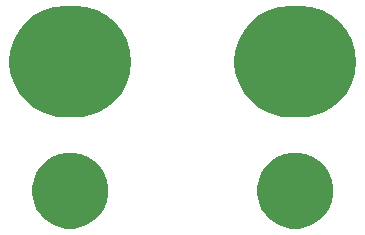
<source format=gbr>
G04 #@! TF.GenerationSoftware,KiCad,Pcbnew,(5.1.5)-3*
G04 #@! TF.CreationDate,2021-08-01T09:21:07-04:00*
G04 #@! TF.ProjectId,BindingPost_PCB,42696e64-696e-4675-906f-73745f504342,rev?*
G04 #@! TF.SameCoordinates,Original*
G04 #@! TF.FileFunction,Soldermask,Bot*
G04 #@! TF.FilePolarity,Negative*
%FSLAX46Y46*%
G04 Gerber Fmt 4.6, Leading zero omitted, Abs format (unit mm)*
G04 Created by KiCad (PCBNEW (5.1.5)-3) date 2021-08-01 09:21:07*
%MOMM*%
%LPD*%
G04 APERTURE LIST*
%ADD10C,0.100000*%
G04 APERTURE END LIST*
D10*
G36*
X25832988Y-12899973D02*
G01*
X26420082Y-13143155D01*
X26420084Y-13143156D01*
X26948455Y-13496202D01*
X27397798Y-13945545D01*
X27750844Y-14473916D01*
X27750845Y-14473918D01*
X27994027Y-15061012D01*
X28118000Y-15684265D01*
X28118000Y-16319735D01*
X27994027Y-16942988D01*
X27750845Y-17530082D01*
X27750844Y-17530084D01*
X27397798Y-18058455D01*
X26948455Y-18507798D01*
X26420084Y-18860844D01*
X26420083Y-18860845D01*
X26420082Y-18860845D01*
X25832988Y-19104027D01*
X25209735Y-19228000D01*
X24574265Y-19228000D01*
X23951012Y-19104027D01*
X23363918Y-18860845D01*
X23363917Y-18860845D01*
X23363916Y-18860844D01*
X22835545Y-18507798D01*
X22386202Y-18058455D01*
X22033156Y-17530084D01*
X22033155Y-17530082D01*
X21789973Y-16942988D01*
X21666000Y-16319735D01*
X21666000Y-15684265D01*
X21789973Y-15061012D01*
X22033155Y-14473918D01*
X22033156Y-14473916D01*
X22386202Y-13945545D01*
X22835545Y-13496202D01*
X23363916Y-13143156D01*
X23363918Y-13143155D01*
X23951012Y-12899973D01*
X24574265Y-12776000D01*
X25209735Y-12776000D01*
X25832988Y-12899973D01*
G37*
G36*
X6782988Y-12899973D02*
G01*
X7370082Y-13143155D01*
X7370084Y-13143156D01*
X7898455Y-13496202D01*
X8347798Y-13945545D01*
X8700844Y-14473916D01*
X8700845Y-14473918D01*
X8944027Y-15061012D01*
X9068000Y-15684265D01*
X9068000Y-16319735D01*
X8944027Y-16942988D01*
X8700845Y-17530082D01*
X8700844Y-17530084D01*
X8347798Y-18058455D01*
X7898455Y-18507798D01*
X7370084Y-18860844D01*
X7370083Y-18860845D01*
X7370082Y-18860845D01*
X6782988Y-19104027D01*
X6159735Y-19228000D01*
X5524265Y-19228000D01*
X4901012Y-19104027D01*
X4313918Y-18860845D01*
X4313917Y-18860845D01*
X4313916Y-18860844D01*
X3785545Y-18507798D01*
X3336202Y-18058455D01*
X2983156Y-17530084D01*
X2983155Y-17530082D01*
X2739973Y-16942988D01*
X2616000Y-16319735D01*
X2616000Y-15684265D01*
X2739973Y-15061012D01*
X2983155Y-14473918D01*
X2983156Y-14473916D01*
X3336202Y-13945545D01*
X3785545Y-13496202D01*
X4313916Y-13143156D01*
X4313918Y-13143155D01*
X4901012Y-12899973D01*
X5524265Y-12776000D01*
X6159735Y-12776000D01*
X6782988Y-12899973D01*
G37*
G36*
X26025717Y-438707D02*
G01*
X26255214Y-461310D01*
X27138623Y-729290D01*
X27138626Y-729291D01*
X27952773Y-1164461D01*
X27952776Y-1164463D01*
X27952777Y-1164464D01*
X28666390Y-1750110D01*
X29252036Y-2463723D01*
X29252039Y-2463727D01*
X29687209Y-3277874D01*
X29955190Y-4161287D01*
X30045675Y-5080000D01*
X29955190Y-5998713D01*
X29687209Y-6882126D01*
X29252039Y-7696273D01*
X29252037Y-7696276D01*
X29252036Y-7696277D01*
X28666390Y-8409890D01*
X27952777Y-8995536D01*
X27952773Y-8995539D01*
X27138626Y-9430709D01*
X27138623Y-9430710D01*
X26255214Y-9698690D01*
X26025717Y-9721293D01*
X25566726Y-9766500D01*
X24217274Y-9766500D01*
X23758283Y-9721293D01*
X23528786Y-9698690D01*
X22645377Y-9430710D01*
X22645374Y-9430709D01*
X21831227Y-8995539D01*
X21831223Y-8995536D01*
X21117610Y-8409890D01*
X20531964Y-7696277D01*
X20531963Y-7696276D01*
X20531961Y-7696273D01*
X20096791Y-6882126D01*
X19828810Y-5998713D01*
X19738325Y-5080000D01*
X19828810Y-4161287D01*
X20096791Y-3277874D01*
X20531961Y-2463727D01*
X20531964Y-2463723D01*
X21117610Y-1750110D01*
X21831223Y-1164464D01*
X21831224Y-1164463D01*
X21831227Y-1164461D01*
X22645374Y-729291D01*
X22645377Y-729290D01*
X23528786Y-461310D01*
X23758283Y-438707D01*
X24217274Y-393500D01*
X25566726Y-393500D01*
X26025717Y-438707D01*
G37*
G36*
X6975717Y-438707D02*
G01*
X7205214Y-461310D01*
X8088623Y-729290D01*
X8088626Y-729291D01*
X8902773Y-1164461D01*
X8902776Y-1164463D01*
X8902777Y-1164464D01*
X9616390Y-1750110D01*
X10202036Y-2463723D01*
X10202039Y-2463727D01*
X10637209Y-3277874D01*
X10905190Y-4161287D01*
X10995675Y-5080000D01*
X10905190Y-5998713D01*
X10637209Y-6882126D01*
X10202039Y-7696273D01*
X10202037Y-7696276D01*
X10202036Y-7696277D01*
X9616390Y-8409890D01*
X8902777Y-8995536D01*
X8902773Y-8995539D01*
X8088626Y-9430709D01*
X8088623Y-9430710D01*
X7205214Y-9698690D01*
X6975717Y-9721293D01*
X6516726Y-9766500D01*
X5167274Y-9766500D01*
X4708283Y-9721293D01*
X4478786Y-9698690D01*
X3595377Y-9430710D01*
X3595374Y-9430709D01*
X2781227Y-8995539D01*
X2781223Y-8995536D01*
X2067610Y-8409890D01*
X1481964Y-7696277D01*
X1481963Y-7696276D01*
X1481961Y-7696273D01*
X1046791Y-6882126D01*
X778810Y-5998713D01*
X688325Y-5080000D01*
X778810Y-4161287D01*
X1046791Y-3277874D01*
X1481961Y-2463727D01*
X1481964Y-2463723D01*
X2067610Y-1750110D01*
X2781223Y-1164464D01*
X2781224Y-1164463D01*
X2781227Y-1164461D01*
X3595374Y-729291D01*
X3595377Y-729290D01*
X4478786Y-461310D01*
X4708283Y-438707D01*
X5167274Y-393500D01*
X6516726Y-393500D01*
X6975717Y-438707D01*
G37*
M02*

</source>
